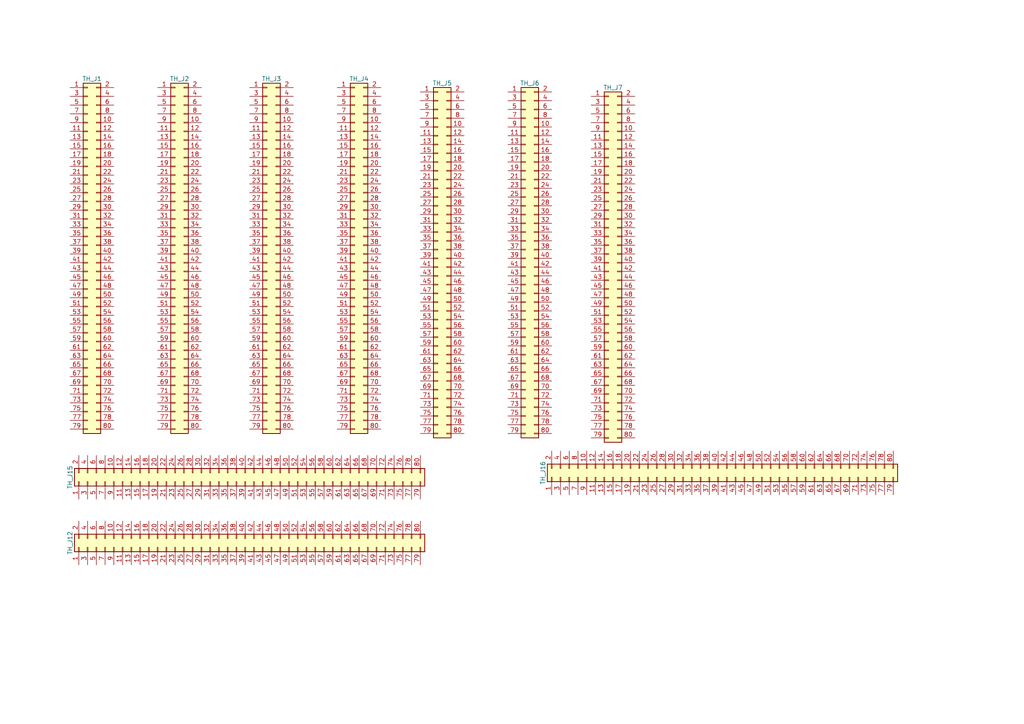
<source format=kicad_sch>
(kicad_sch (version 20230121) (generator eeschema)
  (paper "A4")
  (lib_symbols
    (symbol "Connector_Generic:Conn_02x40_Odd_Even" (pin_names (offset 1.016) hide)
      (property "Reference" "J" (at 1.27 50.8 0))
      (property "Value" "Conn_02x40_Odd_Even" (at 1.27 -53.34 0))
      (symbol "Conn_02x40_Odd_Even_1_1"
        (rectangle (start -1.27 -50.673) (end 0 -50.927) (stroke (width 0.1524)))
        (rectangle (start -1.27 -48.133) (end 0 -48.387) (stroke (width 0.1524)))
        (rectangle (start -1.27 -45.593) (end 0 -45.847) (stroke (width 0.1524)))
        (rectangle (start -1.27 -43.053) (end 0 -43.307) (stroke (width 0.1524)))
        (rectangle (start -1.27 -40.513) (end 0 -40.767) (stroke (width 0.1524)))
        (rectangle (start -1.27 -37.973) (end 0 -38.227) (stroke (width 0.1524)))
        (rectangle (start -1.27 -35.433) (end 0 -35.687) (stroke (width 0.1524)))
        (rectangle (start -1.27 -32.893) (end 0 -33.147) (stroke (width 0.1524)))
        (rectangle (start -1.27 -30.353) (end 0 -30.607) (stroke (width 0.1524)))
        (rectangle (start -1.27 -27.813) (end 0 -28.067) (stroke (width 0.1524)))
        (rectangle (start -1.27 -25.273) (end 0 -25.527) (stroke (width 0.1524)))
        (rectangle (start -1.27 -22.733) (end 0 -22.987) (stroke (width 0.1524)))
        (rectangle (start -1.27 -20.193) (end 0 -20.447) (stroke (width 0.1524)))
        (rectangle (start -1.27 -17.653) (end 0 -17.907) (stroke (width 0.1524)))
        (rectangle (start -1.27 -15.113) (end 0 -15.367) (stroke (width 0.1524)))
        (rectangle (start -1.27 -12.573) (end 0 -12.827) (stroke (width 0.1524)))
        (rectangle (start -1.27 -10.033) (end 0 -10.287) (stroke (width 0.1524)))
        (rectangle (start -1.27 -7.493) (end 0 -7.747) (stroke (width 0.1524)))
        (rectangle (start -1.27 -4.953) (end 0 -5.207) (stroke (width 0.1524)))
        (rectangle (start -1.27 -2.413) (end 0 -2.667) (stroke (width 0.1524)))
        (rectangle (start -1.27 0.127) (end 0 -0.127) (stroke (width 0.1524)))
        (rectangle (start -1.27 2.667) (end 0 2.413) (stroke (width 0.1524)))
        (rectangle (start -1.27 5.207) (end 0 4.953) (stroke (width 0.1524)))
        (rectangle (start -1.27 7.747) (end 0 7.493) (stroke (width 0.1524)))
        (rectangle (start -1.27 10.287) (end 0 10.033) (stroke (width 0.1524)))
        (rectangle (start -1.27 12.827) (end 0 12.573) (stroke (width 0.1524)))
        (rectangle (start -1.27 15.367) (end 0 15.113) (stroke (width 0.1524)))
        (rectangle (start -1.27 17.907) (end 0 17.653) (stroke (width 0.1524)))
        (rectangle (start -1.27 20.447) (end 0 20.193) (stroke (width 0.1524)))
        (rectangle (start -1.27 22.987) (end 0 22.733) (stroke (width 0.1524)))
        (rectangle (start -1.27 25.527) (end 0 25.273) (stroke (width 0.1524)))
        (rectangle (start -1.27 28.067) (end 0 27.813) (stroke (width 0.1524)))
        (rectangle (start -1.27 30.607) (end 0 30.353) (stroke (width 0.1524)))
        (rectangle (start -1.27 33.147) (end 0 32.893) (stroke (width 0.1524)))
        (rectangle (start -1.27 35.687) (end 0 35.433) (stroke (width 0.1524)))
        (rectangle (start -1.27 38.227) (end 0 37.973) (stroke (width 0.1524)))
        (rectangle (start -1.27 40.767) (end 0 40.513) (stroke (width 0.1524)))
        (rectangle (start -1.27 43.307) (end 0 43.053) (stroke (width 0.1524)))
        (rectangle (start -1.27 45.847) (end 0 45.593) (stroke (width 0.1524)))
        (rectangle (start -1.27 48.387) (end 0 48.133) (stroke (width 0.1524)))
        (rectangle (start -1.27 49.53) (end 3.81 -52.07) (stroke (width 0.254)) (fill (type background)))
        (rectangle (start 3.81 -50.673) (end 2.54 -50.927) (stroke (width 0.1524)))
        (rectangle (start 3.81 -48.133) (end 2.54 -48.387) (stroke (width 0.1524)))
        (rectangle (start 3.81 -45.593) (end 2.54 -45.847) (stroke (width 0.1524)))
        (rectangle (start 3.81 -43.053) (end 2.54 -43.307) (stroke (width 0.1524)))
        (rectangle (start 3.81 -40.513) (end 2.54 -40.767) (stroke (width 0.1524)))
        (rectangle (start 3.81 -37.973) (end 2.54 -38.227) (stroke (width 0.1524)))
        (rectangle (start 3.81 -35.433) (end 2.54 -35.687) (stroke (width 0.1524)))
        (rectangle (start 3.81 -32.893) (end 2.54 -33.147) (stroke (width 0.1524)))
        (rectangle (start 3.81 -30.353) (end 2.54 -30.607) (stroke (width 0.1524)))
        (rectangle (start 3.81 -27.813) (end 2.54 -28.067) (stroke (width 0.1524)))
        (rectangle (start 3.81 -25.273) (end 2.54 -25.527) (stroke (width 0.1524)))
        (rectangle (start 3.81 -22.733) (end 2.54 -22.987) (stroke (width 0.1524)))
        (rectangle (start 3.81 -20.193) (end 2.54 -20.447) (stroke (width 0.1524)))
        (rectangle (start 3.81 -17.653) (end 2.54 -17.907) (stroke (width 0.1524)))
        (rectangle (start 3.81 -15.113) (end 2.54 -15.367) (stroke (width 0.1524)))
        (rectangle (start 3.81 -12.573) (end 2.54 -12.827) (stroke (width 0.1524)))
        (rectangle (start 3.81 -10.033) (end 2.54 -10.287) (stroke (width 0.1524)))
        (rectangle (start 3.81 -7.493) (end 2.54 -7.747) (stroke (width 0.1524)))
        (rectangle (start 3.81 -4.953) (end 2.54 -5.207) (stroke (width 0.1524)))
        (rectangle (start 3.81 -2.413) (end 2.54 -2.667) (stroke (width 0.1524)))
        (rectangle (start 3.81 0.127) (end 2.54 -0.127) (stroke (width 0.1524)))
        (rectangle (start 3.81 2.667) (end 2.54 2.413) (stroke (width 0.1524)))
        (rectangle (start 3.81 5.207) (end 2.54 4.953) (stroke (width 0.1524)))
        (rectangle (start 3.81 7.747) (end 2.54 7.493) (stroke (width 0.1524)))
        (rectangle (start 3.81 10.287) (end 2.54 10.033) (stroke (width 0.1524)))
        (rectangle (start 3.81 12.827) (end 2.54 12.573) (stroke (width 0.1524)))
        (rectangle (start 3.81 15.367) (end 2.54 15.113) (stroke (width 0.1524)))
        (rectangle (start 3.81 17.907) (end 2.54 17.653) (stroke (width 0.1524)))
        (rectangle (start 3.81 20.447) (end 2.54 20.193) (stroke (width 0.1524)))
        (rectangle (start 3.81 22.987) (end 2.54 22.733) (stroke (width 0.1524)))
        (rectangle (start 3.81 25.527) (end 2.54 25.273) (stroke (width 0.1524)))
        (rectangle (start 3.81 28.067) (end 2.54 27.813) (stroke (width 0.1524)))
        (rectangle (start 3.81 30.607) (end 2.54 30.353) (stroke (width 0.1524)))
        (rectangle (start 3.81 33.147) (end 2.54 32.893) (stroke (width 0.1524)))
        (rectangle (start 3.81 35.687) (end 2.54 35.433) (stroke (width 0.1524)))
        (rectangle (start 3.81 38.227) (end 2.54 37.973) (stroke (width 0.1524)))
        (rectangle (start 3.81 40.767) (end 2.54 40.513) (stroke (width 0.1524)))
        (rectangle (start 3.81 43.307) (end 2.54 43.053) (stroke (width 0.1524)))
        (rectangle (start 3.81 45.847) (end 2.54 45.593) (stroke (width 0.1524)))
        (rectangle (start 3.81 48.387) (end 2.54 48.133) (stroke (width 0.1524)))
        (pin passive line (at -5.08 48.26 0) (length 3.81) (name "Pin_1") (number "1"))
        (pin passive line (at 7.62 38.1 180) (length 3.81) (name "Pin_10") (number "10"))
        (pin passive line (at -5.08 35.56 0) (length 3.81) (name "Pin_11") (number "11"))
        (pin passive line (at 7.62 35.56 180) (length 3.81) (name "Pin_12") (number "12"))
        (pin passive line (at -5.08 33.02 0) (length 3.81) (name "Pin_13") (number "13"))
        (pin passive line (at 7.62 33.02 180) (length 3.81) (name "Pin_14") (number "14"))
        (pin passive line (at -5.08 30.48 0) (length 3.81) (name "Pin_15") (number "15"))
        (pin passive line (at 7.62 30.48 180) (length 3.81) (name "Pin_16") (number "16"))
        (pin passive line (at -5.08 27.94 0) (length 3.81) (name "Pin_17") (number "17"))
        (pin passive line (at 7.62 27.94 180) (length 3.81) (name "Pin_18") (number "18"))
        (pin passive line (at -5.08 25.4 0) (length 3.81) (name "Pin_19") (number "19"))
        (pin passive line (at 7.62 48.26 180) (length 3.81) (name "Pin_2") (number "2"))
        (pin passive line (at 7.62 25.4 180) (length 3.81) (name "Pin_20") (number "20"))
        (pin passive line (at -5.08 22.86 0) (length 3.81) (name "Pin_21") (number "21"))
        (pin passive line (at 7.62 22.86 180) (length 3.81) (name "Pin_22") (number "22"))
        (pin passive line (at -5.08 20.32 0) (length 3.81) (name "Pin_23") (number "23"))
        (pin passive line (at 7.62 20.32 180) (length 3.81) (name "Pin_24") (number "24"))
        (pin passive line (at -5.08 17.78 0) (length 3.81) (name "Pin_25") (number "25"))
        (pin passive line (at 7.62 17.78 180) (length 3.81) (name "Pin_26") (number "26"))
        (pin passive line (at -5.08 15.24 0) (length 3.81) (name "Pin_27") (number "27"))
        (pin passive line (at 7.62 15.24 180) (length 3.81) (name "Pin_28") (number "28"))
        (pin passive line (at -5.08 12.7 0) (length 3.81) (name "Pin_29") (number "29"))
        (pin passive line (at -5.08 45.72 0) (length 3.81) (name "Pin_3") (number "3"))
        (pin passive line (at 7.62 12.7 180) (length 3.81) (name "Pin_30") (number "30"))
        (pin passive line (at -5.08 10.16 0) (length 3.81) (name "Pin_31") (number "31"))
        (pin passive line (at 7.62 10.16 180) (length 3.81) (name "Pin_32") (number "32"))
        (pin passive line (at -5.08 7.62 0) (length 3.81) (name "Pin_33") (number "33"))
        (pin passive line (at 7.62 7.62 180) (length 3.81) (name "Pin_34") (number "34"))
        (pin passive line (at -5.08 5.08 0) (length 3.81) (name "Pin_35") (number "35"))
        (pin passive line (at 7.62 5.08 180) (length 3.81) (name "Pin_36") (number "36"))
        (pin passive line (at -5.08 2.54 0) (length 3.81) (name "Pin_37") (number "37"))
        (pin passive line (at 7.62 2.54 180) (length 3.81) (name "Pin_38") (number "38"))
        (pin passive line (at -5.08 0 0) (length 3.81) (name "Pin_39") (number "39"))
        (pin passive line (at 7.62 45.72 180) (length 3.81) (name "Pin_4") (number "4"))
        (pin passive line (at 7.62 0 180) (length 3.81) (name "Pin_40") (number "40"))
        (pin passive line (at -5.08 -2.54 0) (length 3.81) (name "Pin_41") (number "41"))
        (pin passive line (at 7.62 -2.54 180) (length 3.81) (name "Pin_42") (number "42"))
        (pin passive line (at -5.08 -5.08 0) (length 3.81) (name "Pin_43") (number "43"))
        (pin passive line (at 7.62 -5.08 180) (length 3.81) (name "Pin_44") (number "44"))
        (pin passive line (at -5.08 -7.62 0) (length 3.81) (name "Pin_45") (number "45"))
        (pin passive line (at 7.62 -7.62 180) (length 3.81) (name "Pin_46") (number "46"))
        (pin passive line (at -5.08 -10.16 0) (length 3.81) (name "Pin_47") (number "47"))
        (pin passive line (at 7.62 -10.16 180) (length 3.81) (name "Pin_48") (number "48"))
        (pin passive line (at -5.08 -12.7 0) (length 3.81) (name "Pin_49") (number "49"))
        (pin passive line (at -5.08 43.18 0) (length 3.81) (name "Pin_5") (number "5"))
        (pin passive line (at 7.62 -12.7 180) (length 3.81) (name "Pin_50") (number "50"))
        (pin passive line (at -5.08 -15.24 0) (length 3.81) (name "Pin_51") (number "51"))
        (pin passive line (at 7.62 -15.24 180) (length 3.81) (name "Pin_52") (number "52"))
        (pin passive line (at -5.08 -17.78 0) (length 3.81) (name "Pin_53") (number "53"))
        (pin passive line (at 7.62 -17.78 180) (length 3.81) (name "Pin_54") (number "54"))
        (pin passive line (at -5.08 -20.32 0) (length 3.81) (name "Pin_55") (number "55"))
        (pin passive line (at 7.62 -20.32 180) (length 3.81) (name "Pin_56") (number "56"))
        (pin passive line (at -5.08 -22.86 0) (length 3.81) (name "Pin_57") (number "57"))
        (pin passive line (at 7.62 -22.86 180) (length 3.81) (name "Pin_58") (number "58"))
        (pin passive line (at -5.08 -25.4 0) (length 3.81) (name "Pin_59") (number "59"))
        (pin passive line (at 7.62 43.18 180) (length 3.81) (name "Pin_6") (number "6"))
        (pin passive line (at 7.62 -25.4 180) (length 3.81) (name "Pin_60") (number "60"))
        (pin passive line (at -5.08 -27.94 0) (length 3.81) (name "Pin_61") (number "61"))
        (pin passive line (at 7.62 -27.94 180) (length 3.81) (name "Pin_62") (number "62"))
        (pin passive line (at -5.08 -30.48 0) (length 3.81) (name "Pin_63") (number "63"))
        (pin passive line (at 7.62 -30.48 180) (length 3.81) (name "Pin_64") (number "64"))
        (pin passive line (at -5.08 -33.02 0) (length 3.81) (name "Pin_65") (number "65"))
        (pin passive line (at 7.62 -33.02 180) (length 3.81) (name "Pin_66") (number "66"))
        (pin passive line (at -5.08 -35.56 0) (length 3.81) (name "Pin_67") (number "67"))
        (pin passive line (at 7.62 -35.56 180) (length 3.81) (name "Pin_68") (number "68"))
        (pin passive line (at -5.08 -38.1 0) (length 3.81) (name "Pin_69") (number "69"))
        (pin passive line (at -5.08 40.64 0) (length 3.81) (name "Pin_7") (number "7"))
        (pin passive line (at 7.62 -38.1 180) (length 3.81) (name "Pin_70") (number "70"))
        (pin passive line (at -5.08 -40.64 0) (length 3.81) (name "Pin_71") (number "71"))
        (pin passive line (at 7.62 -40.64 180) (length 3.81) (name "Pin_72") (number "72"))
        (pin passive line (at -5.08 -43.18 0) (length 3.81) (name "Pin_73") (number "73"))
        (pin passive line (at 7.62 -43.18 180) (length 3.81) (name "Pin_74") (number "74"))
        (pin passive line (at -5.08 -45.72 0) (length 3.81) (name "Pin_75") (number "75"))
        (pin passive line (at 7.62 -45.72 180) (length 3.81) (name "Pin_76") (number "76"))
        (pin passive line (at -5.08 -48.26 0) (length 3.81) (name "Pin_77") (number "77"))
        (pin passive line (at 7.62 -48.26 180) (length 3.81) (name "Pin_78") (number "78"))
        (pin passive line (at -5.08 -50.8 0) (length 3.81) (name "Pin_79") (number "79"))
        (pin passive line (at 7.62 40.64 180) (length 3.81) (name "Pin_8") (number "8"))
        (pin passive line (at 7.62 -50.8 180) (length 3.81) (name "Pin_80") (number "80"))
        (pin passive line (at -5.08 38.1 0) (length 3.81) (name "Pin_9") (number "9"))
      )
    )
  )
  (symbol (lib_id "Connector_Generic:Conn_02x40_Odd_Even") (at 77.47 73.66 0) (unit 1)
    (property "Reference" "TH_J3" (at 78.74 22.86 0))
    (property "Footprint" "Connector_PinHeader_2.54mm:PinHeader_2x40_P2.54mm_Vertical" (effects hide))
  )
  (symbol (lib_id "Connector_Generic:Conn_02x40_Odd_Even") (at 102.87 73.66 0) (unit 1)
    (property "Reference" "TH_J4" (at 104.14 22.86 0))
    (property "Footprint" "Connector_PinHeader_2.54mm:PinHeader_2x40_P2.54mm_Vertical" (effects hide))
  )
  (symbol (lib_id "Connector_Generic:Conn_02x40_Odd_Even") (at 71.12 139.7 90) (unit 1)
    (property "Reference" "TH_J15" (at 20.32 138.43 0))
    (property "Footprint" "Connector_PinHeader_2.54mm:PinHeader_2x40_P2.54mm_Vertical" (effects hide))
  )
  (symbol (lib_id "Connector_Generic:Conn_02x40_Odd_Even") (at 208.28 138.43 90) (unit 1)
    (property "Reference" "TH_J16" (at 157.48 137.16 0))
    (property "Footprint" "Connector_PinHeader_2.54mm:PinHeader_2x40_P2.54mm_Vertical" (effects hide))
  )
  (symbol (lib_id "Connector_Generic:Conn_02x40_Odd_Even") (at 176.53 76.2 0) (unit 1)
    (property "Reference" "TH_J7" (at 177.8 25.4 0))
    (property "Footprint" "Connector_PinHeader_2.54mm:PinHeader_2x40_P2.54mm_Vertical" (effects hide))
  )
  (symbol (lib_id "Connector_Generic:Conn_02x40_Odd_Even") (at 25.4 73.66 0) (unit 1)
    (property "Reference" "TH_J1" (at 26.67 22.86 0))
    (property "Footprint" "Connector_PinHeader_2.54mm:PinHeader_2x40_P2.54mm_Vertical" (effects hide))
  )
  (symbol (lib_id "Connector_Generic:Conn_02x40_Odd_Even") (at 71.12 158.75 90) (unit 1)
    (property "Reference" "TH_J12" (at 20.32 157.48 0))
    (property "Footprint" "Connector_PinHeader_2.54mm:PinHeader_2x40_P2.54mm_Vertical" (effects hide))
  )
  (symbol (lib_id "Connector_Generic:Conn_02x40_Odd_Even") (at 50.8 73.66 0) (unit 1)
    (property "Reference" "TH_J2" (at 52.07 22.86 0))
    (property "Footprint" "Connector_PinHeader_2.54mm:PinHeader_2x40_P2.54mm_Vertical" (effects hide))
  )
  (symbol (lib_id "Connector_Generic:Conn_02x40_Odd_Even") (at 127 74.93 0) (unit 1)
    (property "Reference" "TH_J5" (at 128.27 24.13 0))
    (property "Footprint" "Connector_PinHeader_2.54mm:PinHeader_2x40_P2.54mm_Vertical" (effects hide))
  )
  (symbol (lib_id "Connector_Generic:Conn_02x40_Odd_Even") (at 152.4 74.93 0) (unit 1)
    (property "Reference" "TH_J6" (at 153.67 24.13 0))
    (property "Footprint" "Connector_PinHeader_2.54mm:PinHeader_2x40_P2.54mm_Vertical" (effects hide))
  )
)
</source>
